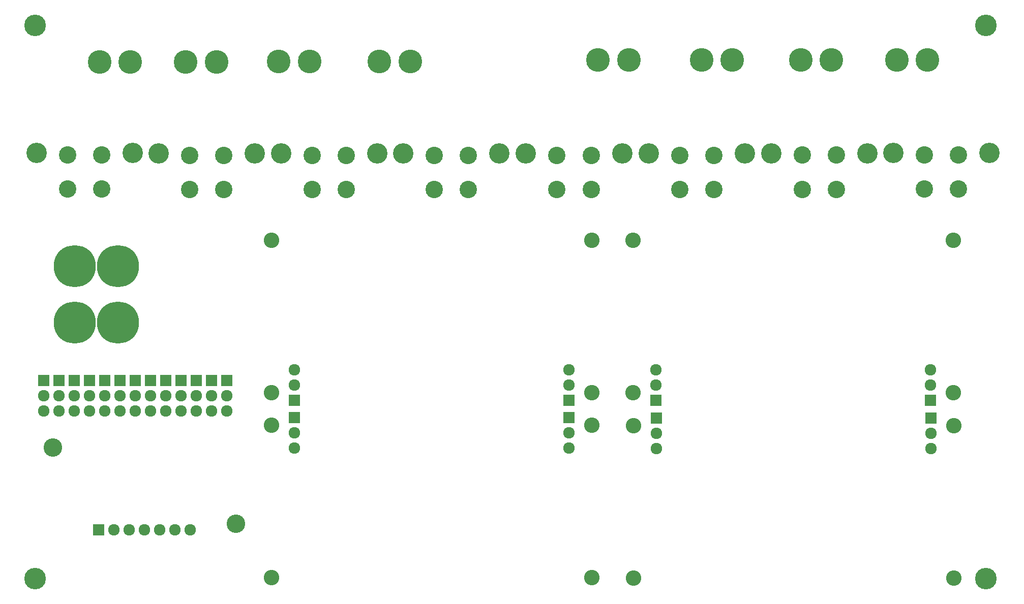
<source format=gts>
G04 #@! TF.FileFunction,Soldermask,Top*
%FSLAX46Y46*%
G04 Gerber Fmt 4.6, Leading zero omitted, Abs format (unit mm)*
G04 Created by KiCad (PCBNEW 4.0.7) date 01/29/18 08:59:29*
%MOMM*%
%LPD*%
G01*
G04 APERTURE LIST*
%ADD10C,0.100000*%
%ADD11C,2.900000*%
%ADD12C,3.400000*%
%ADD13C,3.092400*%
%ADD14R,1.924000X1.924000*%
%ADD15C,1.924000*%
%ADD16C,7.004000*%
%ADD17C,3.956000*%
%ADD18C,2.584400*%
%ADD19C,3.600000*%
G04 APERTURE END LIST*
D10*
D11*
X64109600Y-76479400D03*
X58409600Y-76479400D03*
X64109600Y-82179400D03*
X58409600Y-82179400D03*
D12*
X53239600Y-76154400D03*
X69279600Y-76154400D03*
D11*
X104861600Y-76530200D03*
X99161600Y-76530200D03*
X104861600Y-82230200D03*
X99161600Y-82230200D03*
D12*
X93991600Y-76205200D03*
X110031600Y-76205200D03*
D13*
X86440651Y-137952737D03*
X55960651Y-125252737D03*
D14*
X54436651Y-114076737D03*
D15*
X54436651Y-119156737D03*
X78820651Y-138968737D03*
X76280651Y-138968737D03*
X73740651Y-138968737D03*
X71200651Y-138968737D03*
X68660651Y-138968737D03*
X66120651Y-138968737D03*
D14*
X63580651Y-138968737D03*
D15*
X54436651Y-116616737D03*
X56976651Y-119156737D03*
X56976651Y-116616737D03*
X59516651Y-119156737D03*
X59516651Y-116616737D03*
X62056651Y-119156737D03*
X62056651Y-116616737D03*
X64596651Y-119156737D03*
X64596651Y-116616737D03*
X67136651Y-119156737D03*
X67136651Y-116616737D03*
X69676651Y-119156737D03*
X69676651Y-116616737D03*
X72216651Y-119156737D03*
X72216651Y-116616737D03*
X74756651Y-119156737D03*
X74756651Y-116616737D03*
X77296651Y-119156737D03*
X77296651Y-116616737D03*
X79836651Y-119156737D03*
X79836651Y-116616737D03*
X82376651Y-119156737D03*
X82376651Y-116616737D03*
X84916651Y-119156737D03*
X84916651Y-116616737D03*
D14*
X56976651Y-114076737D03*
X59516651Y-114076737D03*
X62056651Y-114076737D03*
X64596651Y-114076737D03*
X67136651Y-114076737D03*
X69676651Y-114076737D03*
X72216651Y-114076737D03*
X74756651Y-114076737D03*
X77296651Y-114076737D03*
X79836651Y-114076737D03*
X82376651Y-114076737D03*
X84916651Y-114076737D03*
D11*
X78753800Y-76525000D03*
X84453800Y-76525000D03*
X78753800Y-82225000D03*
X84453800Y-82225000D03*
D12*
X89623800Y-76200000D03*
X73583800Y-76200000D03*
D16*
X66802000Y-94996000D03*
X59639200Y-94996000D03*
D17*
X78105000Y-60934600D03*
X83235800Y-60934600D03*
X93599000Y-60909200D03*
X98729800Y-60909200D03*
D11*
X145603200Y-76530200D03*
X139903200Y-76530200D03*
X145603200Y-82230200D03*
X139903200Y-82230200D03*
D12*
X134733200Y-76205200D03*
X150773200Y-76205200D03*
D18*
X205966942Y-90674262D03*
X205966942Y-116074262D03*
D14*
X202156942Y-117344262D03*
D15*
X202156942Y-114804262D03*
X202156942Y-112264262D03*
D18*
X152626942Y-90674262D03*
D17*
X146761200Y-60655200D03*
X151892000Y-60655200D03*
D19*
X53038000Y-147114000D03*
D11*
X160349000Y-76510000D03*
X166049000Y-76510000D03*
X160349000Y-82210000D03*
X166049000Y-82210000D03*
D12*
X171219000Y-76185000D03*
X155179000Y-76185000D03*
D17*
X63754000Y-60934600D03*
X68884800Y-60934600D03*
X164007800Y-60655200D03*
X169138600Y-60655200D03*
X180492400Y-60655200D03*
X185623200Y-60655200D03*
X110363000Y-60909200D03*
X115493800Y-60909200D03*
X196519800Y-60655200D03*
X201650600Y-60655200D03*
D16*
X66802000Y-104394000D03*
X59639200Y-104394000D03*
D18*
X152628600Y-90678000D03*
X152628600Y-116078000D03*
D14*
X156438600Y-117348000D03*
D15*
X156438600Y-114808000D03*
X156438600Y-112268000D03*
D18*
X205968600Y-90678000D03*
X206044800Y-147015200D03*
X206044800Y-121615200D03*
D14*
X202234800Y-120345200D03*
D15*
X202234800Y-122885200D03*
X202234800Y-125425200D03*
D18*
X152704800Y-147015200D03*
X92430600Y-90674262D03*
X92430600Y-116074262D03*
D14*
X96240600Y-117344262D03*
D15*
X96240600Y-114804262D03*
X96240600Y-112264262D03*
D18*
X145770600Y-90674262D03*
X145770600Y-146939000D03*
X145770600Y-121539000D03*
D14*
X141960600Y-120269000D03*
D15*
X141960600Y-122809000D03*
X141960600Y-125349000D03*
D18*
X92430600Y-146939000D03*
X145757641Y-90677775D03*
X145757641Y-116077775D03*
D14*
X141947641Y-117347775D03*
D15*
X141947641Y-114807775D03*
X141947641Y-112267775D03*
D18*
X92417641Y-90677775D03*
X92416157Y-146941065D03*
X92416157Y-121541065D03*
D14*
X96226157Y-120271065D03*
D15*
X96226157Y-122811065D03*
X96226157Y-125351065D03*
D18*
X145756157Y-146941065D03*
X152704800Y-147015200D03*
X152704800Y-121615200D03*
D14*
X156514800Y-120345200D03*
D15*
X156514800Y-122885200D03*
X156514800Y-125425200D03*
D18*
X206044800Y-147015200D03*
D11*
X186446400Y-76504800D03*
X180746400Y-76504800D03*
X186446400Y-82204800D03*
X180746400Y-82204800D03*
D12*
X175576400Y-76179800D03*
X191616400Y-76179800D03*
D11*
X119471200Y-76530200D03*
X125171200Y-76530200D03*
X119471200Y-82230200D03*
X125171200Y-82230200D03*
D12*
X130341200Y-76205200D03*
X114301200Y-76205200D03*
D11*
X201106800Y-76479400D03*
X206806800Y-76479400D03*
X201106800Y-82179400D03*
X206806800Y-82179400D03*
D12*
X211976800Y-76154400D03*
X195936800Y-76154400D03*
D19*
X53038000Y-54841400D03*
X211350600Y-54841400D03*
X211350600Y-147114000D03*
M02*

</source>
